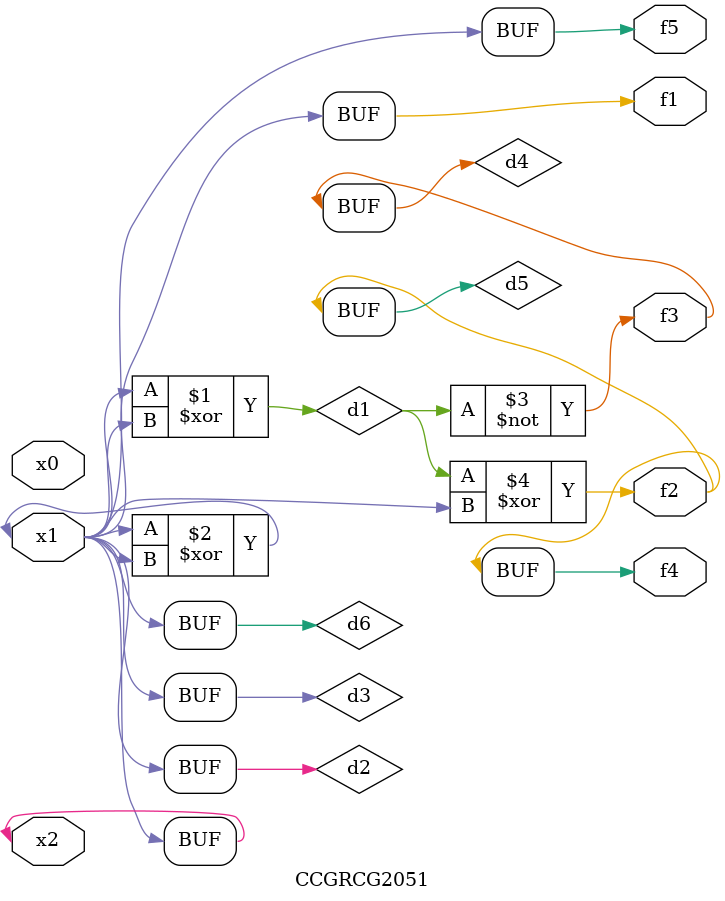
<source format=v>
module CCGRCG2051(
	input x0, x1, x2,
	output f1, f2, f3, f4, f5
);

	wire d1, d2, d3, d4, d5, d6;

	xor (d1, x1, x2);
	buf (d2, x1, x2);
	xor (d3, x1, x2);
	nor (d4, d1);
	xor (d5, d1, d2);
	buf (d6, d2, d3);
	assign f1 = d6;
	assign f2 = d5;
	assign f3 = d4;
	assign f4 = d5;
	assign f5 = d6;
endmodule

</source>
